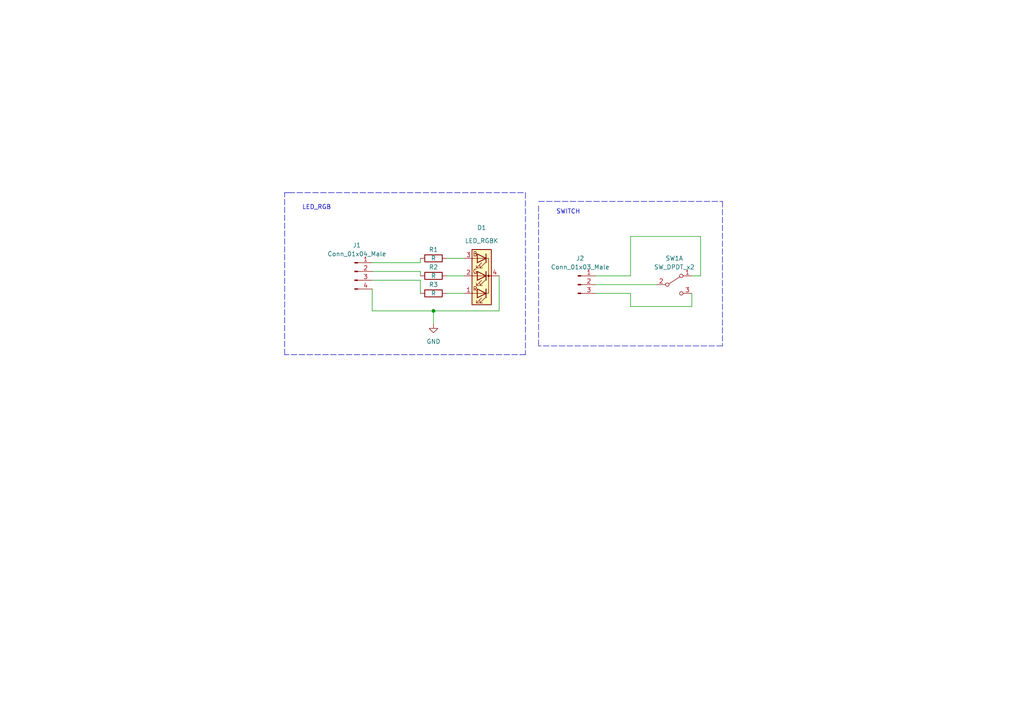
<source format=kicad_sch>
(kicad_sch (version 20211123) (generator eeschema)
  (paper "A4")
  (lib_symbols
    (symbol "Connector:Conn_01x03_Male" (pin_names (offset 1.016) hide)
      (property "Reference" "J" (at 0 5.08 0))
      (property "Value" "Conn_01x03_Male" (at 0 -5.08 0))
      (symbol "Conn_01x03_Male_1_1"
        (polyline (pts (xy 1.27 -2.54) (xy 0.8636 -2.54)) (stroke (width 0.1524)))
        (polyline (pts (xy 1.27 0) (xy 0.8636 0)) (stroke (width 0.1524)))
        (polyline (pts (xy 1.27 2.54) (xy 0.8636 2.54)) (stroke (width 0.1524)))
        (rectangle (start 0.8636 -2.413) (end 0 -2.667) (stroke (width 0.1524)) (fill (type outline)))
        (rectangle (start 0.8636 0.127) (end 0 -0.127) (stroke (width 0.1524)) (fill (type outline)))
        (rectangle (start 0.8636 2.667) (end 0 2.413) (stroke (width 0.1524)) (fill (type outline)))
        (pin passive line (at 5.08 2.54 180) (length 3.81) (name "Pin_1") (number "1"))
        (pin passive line (at 5.08 0 180) (length 3.81) (name "Pin_2") (number "2"))
        (pin passive line (at 5.08 -2.54 180) (length 3.81) (name "Pin_3") (number "3"))
      )
    )
    (symbol "Connector:Conn_01x04_Male" (pin_names (offset 1.016) hide)
      (property "Reference" "J" (at 0 5.08 0))
      (property "Value" "Conn_01x04_Male" (at 0 -7.62 0))
      (symbol "Conn_01x04_Male_1_1"
        (polyline (pts (xy 1.27 -5.08) (xy 0.8636 -5.08)) (stroke (width 0.1524)))
        (polyline (pts (xy 1.27 -2.54) (xy 0.8636 -2.54)) (stroke (width 0.1524)))
        (polyline (pts (xy 1.27 0) (xy 0.8636 0)) (stroke (width 0.1524)))
        (polyline (pts (xy 1.27 2.54) (xy 0.8636 2.54)) (stroke (width 0.1524)))
        (rectangle (start 0.8636 -4.953) (end 0 -5.207) (stroke (width 0.1524)) (fill (type outline)))
        (rectangle (start 0.8636 -2.413) (end 0 -2.667) (stroke (width 0.1524)) (fill (type outline)))
        (rectangle (start 0.8636 0.127) (end 0 -0.127) (stroke (width 0.1524)) (fill (type outline)))
        (rectangle (start 0.8636 2.667) (end 0 2.413) (stroke (width 0.1524)) (fill (type outline)))
        (pin passive line (at 5.08 2.54 180) (length 3.81) (name "Pin_1") (number "1"))
        (pin passive line (at 5.08 0 180) (length 3.81) (name "Pin_2") (number "2"))
        (pin passive line (at 5.08 -2.54 180) (length 3.81) (name "Pin_3") (number "3"))
        (pin passive line (at 5.08 -5.08 180) (length 3.81) (name "Pin_4") (number "4"))
      )
    )
    (symbol "Device:LED_RGBK" (pin_names (offset 0) hide)
      (property "Reference" "D" (at 0 9.398 0))
      (property "Value" "LED_RGBK" (at 0 -8.89 0))
      (symbol "LED_RGBK_0_0"
        (text "B" (at 1.905 -6.35 0) (effects (font (size 1.27 1.27))))
        (text "G" (at 1.905 -1.27 0) (effects (font (size 1.27 1.27))))
        (text "R" (at 1.905 3.81 0) (effects (font (size 1.27 1.27))))
      )
      (symbol "LED_RGBK_0_1"
        (circle (center -2.032 0) (radius 0.254) (fill (type outline)))
        (polyline (pts (xy -1.27 -5.08) (xy 1.27 -5.08)))
        (polyline (pts (xy -1.27 -3.81) (xy -1.27 -6.35)) (stroke (width 0.254)))
        (polyline (pts (xy -1.27 0) (xy -2.54 0)))
        (polyline (pts (xy -1.27 1.27) (xy -1.27 -1.27)) (stroke (width 0.254)))
        (polyline (pts (xy -1.27 5.08) (xy 1.27 5.08)))
        (polyline (pts (xy -1.27 6.35) (xy -1.27 3.81)) (stroke (width 0.254)))
        (polyline (pts (xy 1.27 -5.08) (xy 2.54 -5.08)))
        (polyline (pts (xy 1.27 0) (xy -1.27 0)))
        (polyline (pts (xy 1.27 0) (xy 2.54 0)))
        (polyline (pts (xy 1.27 5.08) (xy 2.54 5.08)))
        (polyline (pts (xy -1.27 1.27) (xy -1.27 -1.27) (xy -1.27 -1.27)))
        (polyline (pts (xy -1.27 6.35) (xy -1.27 3.81) (xy -1.27 3.81)))
        (polyline (pts (xy -1.27 5.08) (xy -2.032 5.08) (xy -2.032 -5.08) (xy -1.016 -5.08)))
        (polyline (pts (xy 1.27 -3.81) (xy 1.27 -6.35) (xy -1.27 -5.08) (xy 1.27 -3.81)) (stroke (width 0.254)))
        (polyline (pts (xy 1.27 1.27) (xy 1.27 -1.27) (xy -1.27 0) (xy 1.27 1.27)) (stroke (width 0.254)))
        (polyline (pts (xy 1.27 6.35) (xy 1.27 3.81) (xy -1.27 5.08) (xy 1.27 6.35)) (stroke (width 0.254)))
        (polyline (pts (xy -1.016 -3.81) (xy 0.508 -2.286) (xy -0.254 -2.286) (xy 0.508 -2.286) (xy 0.508 -3.048)))
        (polyline (pts (xy -1.016 1.27) (xy 0.508 2.794) (xy -0.254 2.794) (xy 0.508 2.794) (xy 0.508 2.032)))
        (polyline (pts (xy -1.016 6.35) (xy 0.508 7.874) (xy -0.254 7.874) (xy 0.508 7.874) (xy 0.508 7.112)))
        (polyline (pts (xy 0 -3.81) (xy 1.524 -2.286) (xy 0.762 -2.286) (xy 1.524 -2.286) (xy 1.524 -3.048)))
        (polyline (pts (xy 0 1.27) (xy 1.524 2.794) (xy 0.762 2.794) (xy 1.524 2.794) (xy 1.524 2.032)))
        (polyline (pts (xy 0 6.35) (xy 1.524 7.874) (xy 0.762 7.874) (xy 1.524 7.874) (xy 1.524 7.112)))
        (rectangle (start 1.27 -1.27) (end 1.27 1.27))
        (rectangle (start 1.27 1.27) (end 1.27 1.27))
        (rectangle (start 1.27 3.81) (end 1.27 6.35))
        (rectangle (start 1.27 6.35) (end 1.27 6.35))
        (rectangle (start 2.794 8.382) (end -2.794 -7.62) (stroke (width 0.254)) (fill (type background)))
      )
      (symbol "LED_RGBK_1_1"
        (pin passive line (at 5.08 5.08 180) (length 2.54) (name "RA") (number "1"))
        (pin passive line (at 5.08 0 180) (length 2.54) (name "GA") (number "2"))
        (pin passive line (at 5.08 -5.08 180) (length 2.54) (name "BA") (number "3"))
        (pin passive line (at -5.08 0 0) (length 2.54) (name "K") (number "4"))
      )
    )
    (symbol "Device:R" (pin_numbers hide) (pin_names (offset 0))
      (property "Reference" "R" (at 2.032 0 90))
      (property "Value" "R" (at 0 0 90))
      (symbol "R_0_1"
        (rectangle (start -1.016 -2.54) (end 1.016 2.54) (stroke (width 0.254)))
      )
      (symbol "R_1_1"
        (pin passive line (at 0 3.81 270) (length 1.27) (name "~") (number "1"))
        (pin passive line (at 0 -3.81 90) (length 1.27) (name "~") (number "2"))
      )
    )
    (symbol "Switch:SW_DPDT_x2" (pin_names (offset 0) hide)
      (property "Reference" "SW" (at 0 4.318 0))
      (property "Value" "SW_DPDT_x2" (at 0 -5.08 0))
      (symbol "SW_DPDT_x2_0_0"
        (circle (center -2.032 0) (radius 0.508))
        (circle (center 2.032 -2.54) (radius 0.508))
      )
      (symbol "SW_DPDT_x2_0_1"
        (polyline (pts (xy -1.524 0.254) (xy 1.651 2.286)))
        (circle (center 2.032 2.54) (radius 0.508))
      )
      (symbol "SW_DPDT_x2_1_1"
        (pin passive line (at 5.08 2.54 180) (length 2.54) (name "A") (number "1"))
        (pin passive line (at -5.08 0 0) (length 2.54) (name "B") (number "2"))
        (pin passive line (at 5.08 -2.54 180) (length 2.54) (name "C") (number "3"))
      )
      (symbol "SW_DPDT_x2_2_1"
        (pin passive line (at 5.08 2.54 180) (length 2.54) (name "A") (number "4"))
        (pin passive line (at -5.08 0 0) (length 2.54) (name "B") (number "5"))
        (pin passive line (at 5.08 -2.54 180) (length 2.54) (name "C") (number "6"))
      )
    )
    (symbol "power:GND" (power) (pin_names (offset 0))
      (property "Value" "GND" (at 0 -3.81 0))
      (symbol "GND_0_1"
        (polyline (pts (xy 0 0) (xy 0 -1.27) (xy 1.27 -1.27) (xy 0 -2.54) (xy -1.27 -1.27) (xy 0 -1.27)))
      )
      (symbol "GND_1_1"
        (pin power_in line (at 0 0 270) (length 0) hide (name "GND") (number "1"))
      )
    )
  )
  (junction (at 125.73 90.17))
  (polyline (pts (xy 152.4 55.88) (xy 152.4 102.87)))
  (wire (pts (xy 121.92 76.2) (xy 121.92 74.93)))
  (polyline (pts (xy 83.82 55.88) (xy 152.4 55.88)))
  (wire (pts (xy 203.2 68.58) (xy 203.2 80.01)))
  (wire (pts (xy 107.95 81.28) (xy 121.92 81.28)))
  (polyline (pts (xy 156.21 59.69) (xy 156.21 100.33)))
  (wire (pts (xy 125.73 90.17) (xy 144.78 90.17)))
  (wire (pts (xy 144.78 90.17) (xy 144.78 80.01)))
  (wire (pts (xy 107.95 83.82) (xy 107.95 90.17)))
  (polyline (pts (xy 209.55 100.33) (xy 156.21 100.33)))
  (wire (pts (xy 129.54 74.93) (xy 134.62 74.93)))
  (wire (pts (xy 172.72 80.01) (xy 182.88 80.01)))
  (polyline (pts (xy 152.4 102.87) (xy 82.55 102.87)))
  (wire (pts (xy 172.72 82.55) (xy 190.5 82.55)))
  (polyline (pts (xy 82.55 102.87) (xy 82.55 55.88)))
  (wire (pts (xy 107.95 76.2) (xy 121.92 76.2)))
  (polyline (pts (xy 82.55 55.88) (xy 83.82 55.88)))
  (wire (pts (xy 182.88 68.58) (xy 203.2 68.58)))
  (wire (pts (xy 182.88 80.01) (xy 182.88 68.58)))
  (wire (pts (xy 121.92 78.74) (xy 121.92 80.01)))
  (wire (pts (xy 200.66 88.9) (xy 200.66 85.09)))
  (wire (pts (xy 203.2 80.01) (xy 200.66 80.01)))
  (wire (pts (xy 129.54 80.01) (xy 134.62 80.01)))
  (wire (pts (xy 172.72 85.09) (xy 182.88 85.09)))
  (wire (pts (xy 107.95 90.17) (xy 125.73 90.17)))
  (wire (pts (xy 125.73 90.17) (xy 125.73 93.98)))
  (wire (pts (xy 129.54 85.09) (xy 134.62 85.09)))
  (wire (pts (xy 182.88 85.09) (xy 182.88 88.9)))
  (wire (pts (xy 107.95 78.74) (xy 121.92 78.74)))
  (polyline (pts (xy 209.55 58.42) (xy 209.55 100.33)))
  (polyline (pts (xy 156.21 58.42) (xy 209.55 58.42)))
  (wire (pts (xy 121.92 81.28) (xy 121.92 85.09)))
  (wire (pts (xy 182.88 88.9) (xy 200.66 88.9)))
  (text "SWITCH\n" (at 161.29 62.23 0) (effects (font (size 1.27 1.27)) (justify left bottom)))
  (text "LED_RGB" (at 87.63 60.96 0) (effects (font (size 1.27 1.27)) (justify left bottom)))
  (symbol (lib_id "Connector:Conn_01x04_Male") (at 102.87 78.74 0) (unit 1)
    (property "Reference" "J1" (at 103.505 71.12 0))
    (property "Value" "Conn_01x04_Male" (at 103.505 73.66 0))
    (property "Footprint" "Connector_PinSocket_2.54mm:PinSocket_1x04_P2.54mm_Vertical" (effects hide))
  )
  (symbol (lib_id "power:GND") (at 125.73 93.98 0) (unit 1)
    (property "Reference" "#PWR01" (effects hide))
    (property "Value" "GND" (at 125.73 99.06 0))
  )
  (symbol (lib_id "Connector:Conn_01x03_Male") (at 167.64 82.55 0) (unit 1)
    (property "Reference" "J2" (at 168.275 74.93 0))
    (property "Value" "Conn_01x03_Male" (at 168.275 77.47 0))
    (property "Footprint" "Connector_PinSocket_2.54mm:PinSocket_1x03_P2.54mm_Vertical" (effects hide))
  )
  (symbol (lib_id "Switch:SW_DPDT_x2") (at 195.58 82.55 0) (unit 1)
    (property "Reference" "SW1" (at 195.58 74.93 0))
    (property "Value" "SW_DPDT_x2" (at 195.58 77.47 0))
    (property "Footprint" "Button_Switch_THT:SW_Slide_1P2T_CK_OS102011MS2Q" (effects hide))
  )
  (symbol (lib_id "Device:R") (at 125.73 85.09 90) (unit 1)
    (property "Reference" "R3" (at 125.73 82.55 90))
    (property "Value" "R" (at 125.73 85.09 90))
    (property "Footprint" "Resistor_SMD:R_0805_2012Metric" (effects hide))
  )
  (symbol (lib_id "Device:LED_RGBK") (at 139.7 80.01 180) (unit 1)
    (property "Reference" "D1" (at 139.7 66.04 0))
    (property "Value" "LED_RGBK" (at 139.7 69.85 0))
    (property "Footprint" "LED_THT:LED_D5.0mm-4_RGB" (effects hide))
  )
  (symbol (lib_id "Device:R") (at 125.73 80.01 90) (unit 1)
    (property "Reference" "R2" (at 125.73 77.47 90))
    (property "Value" "R" (at 125.73 80.01 90))
    (property "Footprint" "Resistor_SMD:R_0805_2012Metric" (effects hide))
  )
  (symbol (lib_id "Device:R") (at 125.73 74.93 90) (unit 1)
    (property "Reference" "R1" (at 125.73 72.39 90))
    (property "Value" "R" (at 125.73 74.93 90))
    (property "Footprint" "Resistor_SMD:R_0805_2012Metric" (effects hide))
  )
)
</source>
